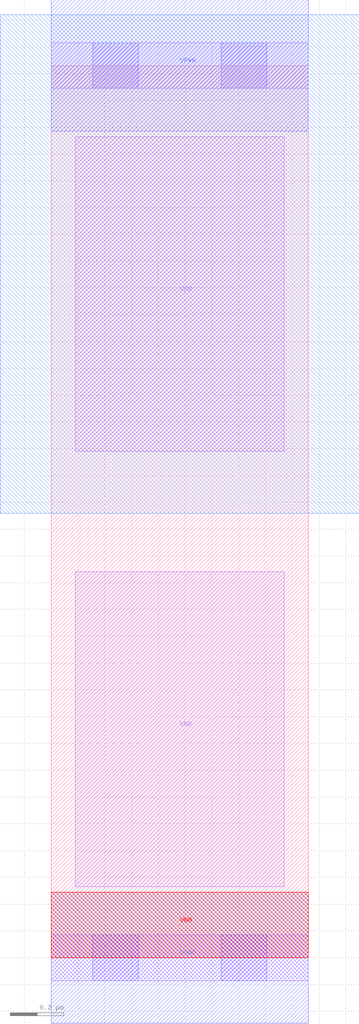
<source format=lef>
# Copyright 2020 The SkyWater PDK Authors
#
# Licensed under the Apache License, Version 2.0 (the "License");
# you may not use this file except in compliance with the License.
# You may obtain a copy of the License at
#
#     https://www.apache.org/licenses/LICENSE-2.0
#
# Unless required by applicable law or agreed to in writing, software
# distributed under the License is distributed on an "AS IS" BASIS,
# WITHOUT WARRANTIES OR CONDITIONS OF ANY KIND, either express or implied.
# See the License for the specific language governing permissions and
# limitations under the License.
#
# SPDX-License-Identifier: Apache-2.0

VERSION 5.7 ;
  NOWIREEXTENSIONATPIN ON ;
  DIVIDERCHAR "/" ;
  BUSBITCHARS "[]" ;
MACRO sky130_fd_sc_hs__tap_2
  CLASS CORE WELLTAP ;
  FOREIGN sky130_fd_sc_hs__tap_2 ;
  ORIGIN  0.000000  0.000000 ;
  SIZE  0.960000 BY  3.330000 ;
  SYMMETRY X Y ;
  SITE unit ;
  PIN VGND
    DIRECTION INOUT ;
    USE GROUND ;
    PORT
      LAYER met1 ;
        RECT 0.000000 -0.245000 0.960000 0.245000 ;
    END
  END VGND
  PIN VNB
    DIRECTION INOUT ;
    USE GROUND ;
    PORT
      LAYER li1 ;
        RECT 0.090000 0.265000 0.870000 1.440000 ;
    END
    PORT
      LAYER pwell ;
        RECT 0.000000 0.000000 0.960000 0.245000 ;
    END
  END VNB
  PIN VPB
    DIRECTION INOUT ;
    USE POWER ;
    PORT
      LAYER li1 ;
        RECT 0.090000 1.890000 0.870000 3.065000 ;
    END
  END VPB
  PIN VPWR
    DIRECTION INOUT ;
    USE POWER ;
    PORT
      LAYER met1 ;
        RECT 0.000000 3.085000 0.960000 3.575000 ;
    END
  END VPWR
  OBS
    LAYER li1 ;
      RECT 0.000000 -0.085000 0.960000 0.085000 ;
      RECT 0.000000  3.245000 0.960000 3.415000 ;
    LAYER mcon ;
      RECT 0.155000 -0.085000 0.325000 0.085000 ;
      RECT 0.155000  3.245000 0.325000 3.415000 ;
      RECT 0.635000 -0.085000 0.805000 0.085000 ;
      RECT 0.635000  3.245000 0.805000 3.415000 ;
    LAYER nwell ;
      RECT -0.190000 1.660000 1.150000 3.520000 ;
  END
END sky130_fd_sc_hs__tap_2
END LIBRARY

</source>
